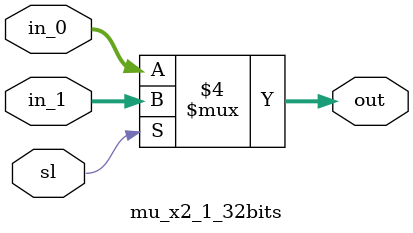
<source format=v>

`timescale 1ns / 1ps

module mu_x2_1_32bits
						 (
						 input sl,
						 input [31:0] in_0,in_1,
						 output reg [31:0] out
						 );
						 
						 always @(*)
							begin
								if(1'b1 == sl)
									out = in_1;
								else
									out = in_0;
						end
endmodule

</source>
